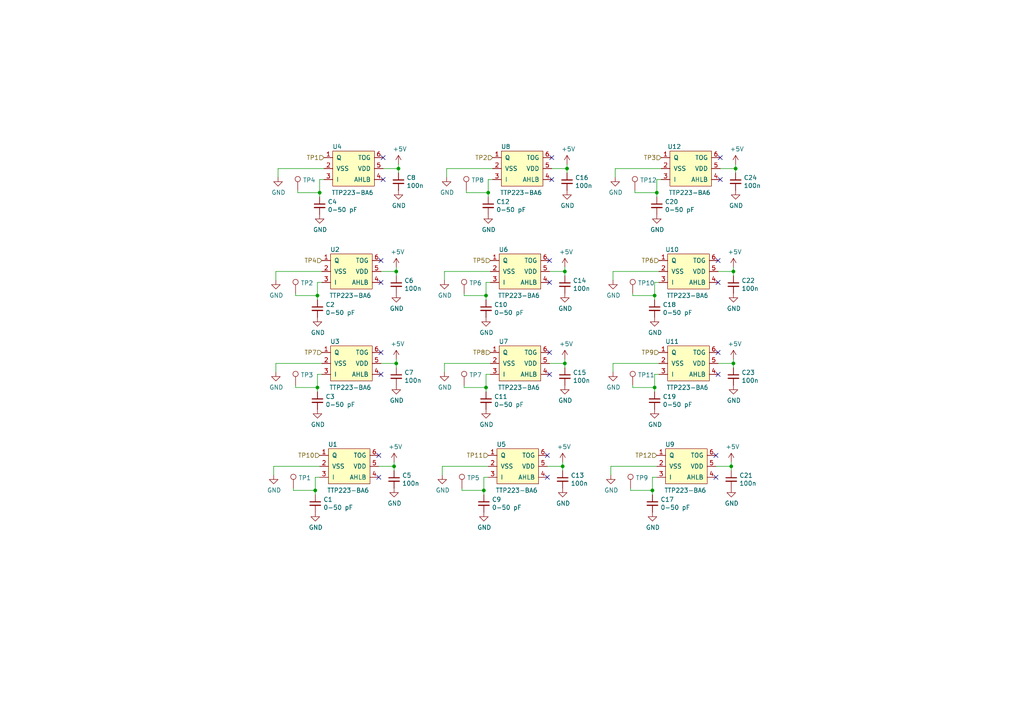
<source format=kicad_sch>
(kicad_sch (version 20211123) (generator eeschema)
  (paper "A4")
  (lib_symbols
    (symbol "Connector:TestPoint" (pin_numbers hide) (pin_names (offset 0.762) hide)
      (property "Reference" "TP" (at 0 6.858 0))
      (property "Value" "TestPoint" (at 0 5.08 0))
      (symbol "TestPoint_0_1"
        (circle (center 0 3.302) (radius 0.762))
      )
      (symbol "TestPoint_1_1"
        (pin passive line (at 0 0 90) (length 2.54) (name "1") (number "1"))
      )
    )
    (symbol "Device:C_Small" (pin_numbers hide) (pin_names (offset 0.254) hide)
      (property "Reference" "C" (at 0.254 1.778 0))
      (property "Value" "C_Small" (at 0.254 -2.032 0))
      (symbol "C_Small_0_1"
        (polyline (pts (xy -1.524 -0.508) (xy 1.524 -0.508)) (stroke (width 0.3302)))
        (polyline (pts (xy -1.524 0.508) (xy 1.524 0.508)) (stroke (width 0.3048)))
      )
      (symbol "C_Small_1_1"
        (pin passive line (at 0 2.54 270) (length 2.032) (name "~") (number "1"))
        (pin passive line (at 0 -2.54 90) (length 2.032) (name "~") (number "2"))
      )
    )
    (symbol "FieldBoard_symbol:TTP223-BA6" (pin_names (offset 1.016))
      (property "Reference" "U?" (at -3.81 11.43 0))
      (property "Value" "TTP223-BA6" (at 0 -1.27 0))
      (symbol "TTP223-BA6_0_1"
        (rectangle (start -5.715 10.16) (end 6.35 0) (fill (type background)))
      )
      (symbol "TTP223-BA6_1_1"
        (pin passive line (at -8.255 8.255 0) (length 2.54) (name "Q") (number "1"))
        (pin passive line (at -8.255 5.08 0) (length 2.54) (name "VSS") (number "2"))
        (pin passive line (at -8.255 1.905 0) (length 2.54) (name "I") (number "3"))
        (pin passive line (at 8.89 1.905 180) (length 2.54) (name "AHLB") (number "4"))
        (pin passive line (at 8.89 5.08 180) (length 2.54) (name "VDD") (number "5"))
        (pin passive line (at 8.89 8.255 180) (length 2.54) (name "TOG") (number "6"))
      )
    )
    (symbol "power:+5V" (power) (pin_names (offset 0))
      (property "Value" "+5V" (at 0 3.556 0))
      (symbol "+5V_0_1"
        (polyline (pts (xy -0.762 1.27) (xy 0 2.54)))
        (polyline (pts (xy 0 0) (xy 0 2.54)))
        (polyline (pts (xy 0 2.54) (xy 0.762 1.27)))
      )
      (symbol "+5V_1_1"
        (pin power_in line (at 0 0 90) (length 0) hide (name "+5V") (number "1"))
      )
    )
    (symbol "power:GND" (power) (pin_names (offset 0))
      (property "Value" "GND" (at 0 -3.81 0))
      (symbol "GND_0_1"
        (polyline (pts (xy 0 0) (xy 0 -1.27) (xy 1.27 -1.27) (xy 0 -2.54) (xy -1.27 -1.27) (xy 0 -1.27)))
      )
      (symbol "GND_1_1"
        (pin power_in line (at 0 0 270) (length 0) hide (name "GND") (number "1"))
      )
    )
  )
  (junction (at 140.335 142.24))
  (junction (at 163.195 135.255))
  (junction (at 189.23 142.24))
  (junction (at 114.935 78.74))
  (junction (at 141.605 55.88))
  (junction (at 163.83 105.41))
  (junction (at 189.865 112.395))
  (junction (at 212.09 135.255))
  (junction (at 213.36 48.895))
  (junction (at 92.71 55.88))
  (junction (at 212.725 105.41))
  (junction (at 212.725 78.74))
  (junction (at 92.075 112.395))
  (junction (at 164.465 48.895))
  (junction (at 140.97 85.725))
  (junction (at 91.44 142.24))
  (junction (at 114.935 105.41))
  (junction (at 115.57 48.895))
  (junction (at 92.075 85.725))
  (junction (at 189.865 85.725))
  (junction (at 140.97 112.395))
  (junction (at 190.5 55.88))
  (junction (at 163.83 78.74))
  (junction (at 114.3 135.255))
  (no_connect (at 159.385 102.235))
  (no_connect (at 208.915 45.72))
  (no_connect (at 159.385 75.565))
  (no_connect (at 110.49 81.915))
  (no_connect (at 111.125 52.07))
  (no_connect (at 208.28 75.565))
  (no_connect (at 208.28 108.585))
  (no_connect (at 159.385 108.585))
  (no_connect (at 109.855 138.43))
  (no_connect (at 159.385 81.915))
  (no_connect (at 109.855 132.08))
  (no_connect (at 111.125 45.72))
  (no_connect (at 158.75 132.08))
  (no_connect (at 158.75 138.43))
  (no_connect (at 208.915 52.07))
  (no_connect (at 110.49 75.565))
  (no_connect (at 208.28 81.915))
  (no_connect (at 110.49 108.585))
  (no_connect (at 110.49 102.235))
  (no_connect (at 208.28 102.235))
  (no_connect (at 207.645 138.43))
  (no_connect (at 160.02 52.07))
  (no_connect (at 160.02 45.72))
  (no_connect (at 207.645 132.08))
  (wire (pts (xy 208.915 48.895) (xy 213.36 48.895)))
  (wire (pts (xy 189.23 138.43) (xy 189.23 142.24)))
  (wire (pts (xy 183.515 112.395) (xy 189.865 112.395)))
  (wire (pts (xy 163.83 78.74) (xy 163.83 80.01)))
  (wire (pts (xy 80.01 78.74) (xy 93.345 78.74)))
  (wire (pts (xy 135.255 55.88) (xy 141.605 55.88)))
  (wire (pts (xy 191.135 81.915) (xy 189.865 81.915)))
  (wire (pts (xy 208.28 78.74) (xy 212.725 78.74)))
  (wire (pts (xy 114.935 105.41) (xy 114.935 104.14)))
  (wire (pts (xy 208.28 105.41) (xy 212.725 105.41)))
  (wire (pts (xy 190.5 55.88) (xy 190.5 57.15)))
  (wire (pts (xy 129.54 51.435) (xy 129.54 48.895)))
  (wire (pts (xy 133.985 141.605) (xy 133.985 142.24)))
  (wire (pts (xy 189.865 112.395) (xy 189.865 113.665)))
  (wire (pts (xy 163.83 105.41) (xy 163.83 106.68)))
  (wire (pts (xy 80.01 81.28) (xy 80.01 78.74)))
  (wire (pts (xy 92.71 52.07) (xy 92.71 55.88)))
  (wire (pts (xy 163.195 135.255) (xy 163.195 133.985)))
  (wire (pts (xy 140.97 81.915) (xy 140.97 85.725)))
  (wire (pts (xy 189.865 108.585) (xy 189.865 112.395)))
  (wire (pts (xy 213.36 48.895) (xy 213.36 47.625)))
  (wire (pts (xy 177.8 78.74) (xy 191.135 78.74)))
  (wire (pts (xy 212.09 135.255) (xy 212.09 136.525)))
  (wire (pts (xy 177.8 105.41) (xy 191.135 105.41)))
  (wire (pts (xy 80.01 107.95) (xy 80.01 105.41)))
  (wire (pts (xy 177.8 107.95) (xy 177.8 105.41)))
  (wire (pts (xy 141.605 138.43) (xy 140.335 138.43)))
  (wire (pts (xy 163.83 78.74) (xy 163.83 77.47)))
  (wire (pts (xy 79.375 135.255) (xy 92.71 135.255)))
  (wire (pts (xy 140.335 142.24) (xy 140.335 143.51)))
  (wire (pts (xy 182.88 142.24) (xy 189.23 142.24)))
  (wire (pts (xy 114.935 78.74) (xy 114.935 80.01)))
  (wire (pts (xy 85.725 85.725) (xy 92.075 85.725)))
  (wire (pts (xy 213.36 48.895) (xy 213.36 50.165)))
  (wire (pts (xy 184.15 55.245) (xy 184.15 55.88)))
  (wire (pts (xy 128.905 81.28) (xy 128.905 78.74)))
  (wire (pts (xy 191.135 108.585) (xy 189.865 108.585)))
  (wire (pts (xy 91.44 138.43) (xy 91.44 142.24)))
  (wire (pts (xy 183.515 85.09) (xy 183.515 85.725)))
  (wire (pts (xy 85.725 112.395) (xy 92.075 112.395)))
  (wire (pts (xy 128.905 78.74) (xy 142.24 78.74)))
  (wire (pts (xy 140.97 112.395) (xy 140.97 113.665)))
  (wire (pts (xy 128.27 135.255) (xy 141.605 135.255)))
  (wire (pts (xy 191.77 52.07) (xy 190.5 52.07)))
  (wire (pts (xy 85.725 85.09) (xy 85.725 85.725)))
  (wire (pts (xy 92.71 55.88) (xy 92.71 57.15)))
  (wire (pts (xy 129.54 48.895) (xy 142.875 48.895)))
  (wire (pts (xy 177.8 81.28) (xy 177.8 78.74)))
  (wire (pts (xy 92.075 85.725) (xy 92.075 86.995)))
  (wire (pts (xy 141.605 52.07) (xy 141.605 55.88)))
  (wire (pts (xy 86.36 55.88) (xy 92.71 55.88)))
  (wire (pts (xy 93.345 81.915) (xy 92.075 81.915)))
  (wire (pts (xy 178.435 48.895) (xy 191.77 48.895)))
  (wire (pts (xy 212.725 78.74) (xy 212.725 80.01)))
  (wire (pts (xy 140.97 85.725) (xy 140.97 86.995)))
  (wire (pts (xy 190.5 138.43) (xy 189.23 138.43)))
  (wire (pts (xy 159.385 78.74) (xy 163.83 78.74)))
  (wire (pts (xy 142.24 108.585) (xy 140.97 108.585)))
  (wire (pts (xy 111.125 48.895) (xy 115.57 48.895)))
  (wire (pts (xy 128.27 137.795) (xy 128.27 135.255)))
  (wire (pts (xy 135.255 55.245) (xy 135.255 55.88)))
  (wire (pts (xy 184.15 55.88) (xy 190.5 55.88)))
  (wire (pts (xy 164.465 48.895) (xy 164.465 50.165)))
  (wire (pts (xy 85.09 142.24) (xy 91.44 142.24)))
  (wire (pts (xy 128.905 107.95) (xy 128.905 105.41)))
  (wire (pts (xy 80.01 105.41) (xy 93.345 105.41)))
  (wire (pts (xy 92.075 108.585) (xy 92.075 112.395)))
  (wire (pts (xy 134.62 111.76) (xy 134.62 112.395)))
  (wire (pts (xy 91.44 142.24) (xy 91.44 143.51)))
  (wire (pts (xy 189.865 81.915) (xy 189.865 85.725)))
  (wire (pts (xy 189.865 85.725) (xy 189.865 86.995)))
  (wire (pts (xy 164.465 48.895) (xy 164.465 47.625)))
  (wire (pts (xy 183.515 85.725) (xy 189.865 85.725)))
  (wire (pts (xy 163.195 135.255) (xy 163.195 136.525)))
  (wire (pts (xy 114.3 135.255) (xy 114.3 136.525)))
  (wire (pts (xy 212.725 78.74) (xy 212.725 77.47)))
  (wire (pts (xy 159.385 105.41) (xy 163.83 105.41)))
  (wire (pts (xy 114.935 105.41) (xy 114.935 106.68)))
  (wire (pts (xy 177.165 137.795) (xy 177.165 135.255)))
  (wire (pts (xy 163.83 105.41) (xy 163.83 104.14)))
  (wire (pts (xy 142.875 52.07) (xy 141.605 52.07)))
  (wire (pts (xy 212.725 105.41) (xy 212.725 106.68)))
  (wire (pts (xy 85.09 141.605) (xy 85.09 142.24)))
  (wire (pts (xy 141.605 55.88) (xy 141.605 57.15)))
  (wire (pts (xy 92.075 81.915) (xy 92.075 85.725)))
  (wire (pts (xy 207.645 135.255) (xy 212.09 135.255)))
  (wire (pts (xy 134.62 85.725) (xy 140.97 85.725)))
  (wire (pts (xy 115.57 48.895) (xy 115.57 47.625)))
  (wire (pts (xy 114.935 78.74) (xy 114.935 77.47)))
  (wire (pts (xy 183.515 111.76) (xy 183.515 112.395)))
  (wire (pts (xy 80.645 48.895) (xy 93.98 48.895)))
  (wire (pts (xy 177.165 135.255) (xy 190.5 135.255)))
  (wire (pts (xy 86.36 55.245) (xy 86.36 55.88)))
  (wire (pts (xy 134.62 112.395) (xy 140.97 112.395)))
  (wire (pts (xy 110.49 78.74) (xy 114.935 78.74)))
  (wire (pts (xy 142.24 81.915) (xy 140.97 81.915)))
  (wire (pts (xy 110.49 105.41) (xy 114.935 105.41)))
  (wire (pts (xy 79.375 137.795) (xy 79.375 135.255)))
  (wire (pts (xy 178.435 51.435) (xy 178.435 48.895)))
  (wire (pts (xy 85.725 111.76) (xy 85.725 112.395)))
  (wire (pts (xy 115.57 48.895) (xy 115.57 50.165)))
  (wire (pts (xy 182.88 141.605) (xy 182.88 142.24)))
  (wire (pts (xy 140.97 108.585) (xy 140.97 112.395)))
  (wire (pts (xy 212.09 135.255) (xy 212.09 133.985)))
  (wire (pts (xy 140.335 138.43) (xy 140.335 142.24)))
  (wire (pts (xy 133.985 142.24) (xy 140.335 142.24)))
  (wire (pts (xy 92.71 138.43) (xy 91.44 138.43)))
  (wire (pts (xy 212.725 105.41) (xy 212.725 104.14)))
  (wire (pts (xy 92.075 112.395) (xy 92.075 113.665)))
  (wire (pts (xy 128.905 105.41) (xy 142.24 105.41)))
  (wire (pts (xy 189.23 142.24) (xy 189.23 143.51)))
  (wire (pts (xy 190.5 52.07) (xy 190.5 55.88)))
  (wire (pts (xy 109.855 135.255) (xy 114.3 135.255)))
  (wire (pts (xy 93.345 108.585) (xy 92.075 108.585)))
  (wire (pts (xy 114.3 135.255) (xy 114.3 133.985)))
  (wire (pts (xy 134.62 85.09) (xy 134.62 85.725)))
  (wire (pts (xy 93.98 52.07) (xy 92.71 52.07)))
  (wire (pts (xy 158.75 135.255) (xy 163.195 135.255)))
  (wire (pts (xy 80.645 51.435) (xy 80.645 48.895)))
  (wire (pts (xy 160.02 48.895) (xy 164.465 48.895)))
  (hierarchical_label "TP7" (shape input) (at 93.345 102.235 180))
  (hierarchical_label "TP12" (shape input) (at 190.5 132.08 180))
  (hierarchical_label "TP6" (shape input) (at 191.135 75.565 180))
  (hierarchical_label "TP5" (shape input) (at 142.24 75.565 180))
  (hierarchical_label "TP4" (shape input) (at 93.345 75.565 180))
  (hierarchical_label "TP8" (shape input) (at 142.24 102.235 180))
  (hierarchical_label "TP9" (shape input) (at 191.135 102.235 180))
  (hierarchical_label "TP3" (shape input) (at 191.77 45.72 180))
  (hierarchical_label "TP2" (shape input) (at 142.875 45.72 180))
  (hierarchical_label "TP10" (shape input) (at 92.71 132.08 180))
  (hierarchical_label "TP11" (shape input) (at 141.605 132.08 180))
  (hierarchical_label "TP1" (shape input) (at 93.98 45.72 180))
  (symbol (lib_id "power:GND") (at 177.8 81.28 0) (unit 1)
    (property "Reference" "#PWR0224" (effects hide))
    (property "Value" "GND" (at 177.927 85.6742 0))
  )
  (symbol (lib_id "power:GND") (at 92.71 62.23 0) (unit 1)
    (property "Reference" "#PWR0198" (effects hide))
    (property "Value" "GND" (at 92.837 66.6242 0))
  )
  (symbol (lib_id "Device:C_Small") (at 163.83 109.22 0) (unit 1)
    (property "Reference" "C15" (at 166.1668 108.0516 0) (effects (justify left)))
    (property "Value" "100n" (at 166.1668 110.363 0) (effects (justify left)))
    (property "Footprint" "Capacitor_SMD:C_0805_2012Metric" (effects hide))
  )
  (symbol (lib_id "power:GND") (at 79.375 137.795 0) (unit 1)
    (property "Reference" "#PWR0191" (effects hide))
    (property "Value" "GND" (at 79.502 142.1892 0))
  )
  (symbol (lib_id "FieldBoard_symbol:TTP223-BA6") (at 100.965 140.335 0) (unit 1)
    (property "Reference" "U1" (at 96.52 128.905 0))
    (property "Value" "TTP223-BA6" (at 100.965 142.24 0))
  )
  (symbol (lib_id "FieldBoard_symbol:TTP223-BA6") (at 198.755 140.335 0) (unit 1)
    (property "Reference" "U9" (at 194.31 128.905 0))
    (property "Value" "TTP223-BA6" (at 198.755 142.24 0))
  )
  (symbol (lib_id "FieldBoard_symbol:TTP223-BA6") (at 150.495 83.82 0) (unit 1)
    (property "Reference" "U6" (at 146.05 72.39 0))
    (property "Value" "TTP223-BA6" (at 150.495 85.725 0))
  )
  (symbol (lib_id "power:+5V") (at 212.725 77.47 0) (unit 1)
    (property "Reference" "#PWR0233" (effects hide))
    (property "Value" "+5V" (at 213.106 73.0758 0))
  )
  (symbol (lib_id "power:GND") (at 80.01 81.28 0) (unit 1)
    (property "Reference" "#PWR0192" (effects hide))
    (property "Value" "GND" (at 80.137 85.6742 0))
  )
  (symbol (lib_id "FieldBoard_symbol:TTP223-BA6") (at 151.13 53.975 0) (unit 1)
    (property "Reference" "U8" (at 146.685 42.545 0))
    (property "Value" "TTP223-BA6" (at 151.13 55.88 0))
  )
  (symbol (lib_id "Device:C_Small") (at 212.725 82.55 0) (unit 1)
    (property "Reference" "C22" (at 215.0618 81.3816 0) (effects (justify left)))
    (property "Value" "100n" (at 215.0618 83.693 0) (effects (justify left)))
    (property "Footprint" "Capacitor_SMD:C_0805_2012Metric" (effects hide))
  )
  (symbol (lib_id "power:+5V") (at 213.36 47.625 0) (unit 1)
    (property "Reference" "#PWR0237" (effects hide))
    (property "Value" "+5V" (at 213.741 43.2308 0))
  )
  (symbol (lib_id "power:+5V") (at 163.83 77.47 0) (unit 1)
    (property "Reference" "#PWR0217" (effects hide))
    (property "Value" "+5V" (at 164.211 73.0758 0))
  )
  (symbol (lib_id "Device:C_Small") (at 114.935 82.55 0) (unit 1)
    (property "Reference" "C6" (at 117.2718 81.3816 0) (effects (justify left)))
    (property "Value" "100n" (at 117.2718 83.693 0) (effects (justify left)))
    (property "Footprint" "Capacitor_SMD:C_0805_2012Metric" (effects hide))
  )
  (symbol (lib_id "power:GND") (at 163.195 141.605 0) (unit 1)
    (property "Reference" "#PWR0216" (effects hide))
    (property "Value" "GND" (at 163.322 145.9992 0))
  )
  (symbol (lib_id "Connector:TestPoint") (at 183.515 111.76 0) (unit 1)
    (property "Reference" "TP11" (at 184.9882 108.7628 0) (effects (justify left)))
    (property "Value" "TestPoint" (effects hide))
  )
  (symbol (lib_id "Device:C_Small") (at 190.5 59.69 0) (unit 1)
    (property "Reference" "C20" (at 192.8368 58.5216 0) (effects (justify left)))
    (property "Value" "0-50 pF" (at 192.8368 60.833 0) (effects (justify left)))
    (property "Footprint" "Capacitor_SMD:C_0805_2012Metric" (effects hide))
  )
  (symbol (lib_id "power:GND") (at 114.935 85.09 0) (unit 1)
    (property "Reference" "#PWR0202" (effects hide))
    (property "Value" "GND" (at 115.062 89.4842 0))
  )
  (symbol (lib_id "power:GND") (at 92.075 92.075 0) (unit 1)
    (property "Reference" "#PWR0196" (effects hide))
    (property "Value" "GND" (at 92.202 96.4692 0))
  )
  (symbol (lib_id "Device:C_Small") (at 140.97 89.535 0) (unit 1)
    (property "Reference" "C10" (at 143.3068 88.3666 0) (effects (justify left)))
    (property "Value" "0-50 pF" (at 143.3068 90.678 0) (effects (justify left)))
    (property "Footprint" "Capacitor_SMD:C_0805_2012Metric" (effects hide))
  )
  (symbol (lib_id "Connector:TestPoint") (at 135.255 55.245 0) (unit 1)
    (property "Reference" "TP8" (at 136.7282 52.2478 0) (effects (justify left)))
    (property "Value" "TestPoint" (effects hide))
  )
  (symbol (lib_id "power:GND") (at 114.3 141.605 0) (unit 1)
    (property "Reference" "#PWR0200" (effects hide))
    (property "Value" "GND" (at 114.427 145.9992 0))
  )
  (symbol (lib_id "FieldBoard_symbol:TTP223-BA6") (at 199.39 83.82 0) (unit 1)
    (property "Reference" "U10" (at 194.945 72.39 0))
    (property "Value" "TTP223-BA6" (at 199.39 85.725 0))
  )
  (symbol (lib_id "power:GND") (at 177.165 137.795 0) (unit 1)
    (property "Reference" "#PWR0223" (effects hide))
    (property "Value" "GND" (at 177.292 142.1892 0))
  )
  (symbol (lib_id "power:GND") (at 80.01 107.95 0) (unit 1)
    (property "Reference" "#PWR0193" (effects hide))
    (property "Value" "GND" (at 80.137 112.3442 0))
  )
  (symbol (lib_id "power:GND") (at 129.54 51.435 0) (unit 1)
    (property "Reference" "#PWR0210" (effects hide))
    (property "Value" "GND" (at 129.667 55.8292 0))
  )
  (symbol (lib_id "Device:C_Small") (at 91.44 146.05 0) (unit 1)
    (property "Reference" "C1" (at 93.7768 144.8816 0) (effects (justify left)))
    (property "Value" "0-50 pF" (at 93.7768 147.193 0) (effects (justify left)))
    (property "Footprint" "Capacitor_SMD:C_0805_2012Metric" (effects hide))
  )
  (symbol (lib_id "power:+5V") (at 114.935 77.47 0) (unit 1)
    (property "Reference" "#PWR0201" (effects hide))
    (property "Value" "+5V" (at 115.316 73.0758 0))
  )
  (symbol (lib_id "Connector:TestPoint") (at 85.725 111.76 0) (unit 1)
    (property "Reference" "TP3" (at 87.1982 108.7628 0) (effects (justify left)))
    (property "Value" "TestPoint" (effects hide))
  )
  (symbol (lib_id "power:GND") (at 92.075 118.745 0) (unit 1)
    (property "Reference" "#PWR0197" (effects hide))
    (property "Value" "GND" (at 92.202 123.1392 0))
  )
  (symbol (lib_id "FieldBoard_symbol:TTP223-BA6") (at 150.495 110.49 0) (unit 1)
    (property "Reference" "U7" (at 146.05 99.06 0))
    (property "Value" "TTP223-BA6" (at 150.495 112.395 0))
  )
  (symbol (lib_id "power:GND") (at 163.83 111.76 0) (unit 1)
    (property "Reference" "#PWR0220" (effects hide))
    (property "Value" "GND" (at 163.957 116.1542 0))
  )
  (symbol (lib_id "power:GND") (at 128.905 81.28 0) (unit 1)
    (property "Reference" "#PWR0208" (effects hide))
    (property "Value" "GND" (at 129.032 85.6742 0))
  )
  (symbol (lib_id "FieldBoard_symbol:TTP223-BA6") (at 199.39 110.49 0) (unit 1)
    (property "Reference" "U11" (at 194.945 99.06 0))
    (property "Value" "TTP223-BA6" (at 199.39 112.395 0))
  )
  (symbol (lib_id "Connector:TestPoint") (at 86.36 55.245 0) (unit 1)
    (property "Reference" "TP4" (at 87.8332 52.2478 0) (effects (justify left)))
    (property "Value" "TestPoint" (effects hide))
  )
  (symbol (lib_id "power:GND") (at 189.865 118.745 0) (unit 1)
    (property "Reference" "#PWR0229" (effects hide))
    (property "Value" "GND" (at 189.992 123.1392 0))
  )
  (symbol (lib_id "power:GND") (at 141.605 62.23 0) (unit 1)
    (property "Reference" "#PWR0214" (effects hide))
    (property "Value" "GND" (at 141.732 66.6242 0))
  )
  (symbol (lib_id "FieldBoard_symbol:TTP223-BA6") (at 102.235 53.975 0) (unit 1)
    (property "Reference" "U4" (at 97.79 42.545 0))
    (property "Value" "TTP223-BA6" (at 102.235 55.88 0))
  )
  (symbol (lib_id "power:GND") (at 178.435 51.435 0) (unit 1)
    (property "Reference" "#PWR0226" (effects hide))
    (property "Value" "GND" (at 178.562 55.8292 0))
  )
  (symbol (lib_id "power:GND") (at 114.935 111.76 0) (unit 1)
    (property "Reference" "#PWR0204" (effects hide))
    (property "Value" "GND" (at 115.062 116.1542 0))
  )
  (symbol (lib_id "Device:C_Small") (at 92.075 89.535 0) (unit 1)
    (property "Reference" "C2" (at 94.4118 88.3666 0) (effects (justify left)))
    (property "Value" "0-50 pF" (at 94.4118 90.678 0) (effects (justify left)))
    (property "Footprint" "Capacitor_SMD:C_0805_2012Metric" (effects hide))
  )
  (symbol (lib_id "Device:C_Small") (at 140.335 146.05 0) (unit 1)
    (property "Reference" "C9" (at 142.6718 144.8816 0) (effects (justify left)))
    (property "Value" "0-50 pF" (at 142.6718 147.193 0) (effects (justify left)))
    (property "Footprint" "Capacitor_SMD:C_0805_2012Metric" (effects hide))
  )
  (symbol (lib_id "power:+5V") (at 163.195 133.985 0) (unit 1)
    (property "Reference" "#PWR0215" (effects hide))
    (property "Value" "+5V" (at 163.576 129.5908 0))
  )
  (symbol (lib_id "power:GND") (at 189.23 148.59 0) (unit 1)
    (property "Reference" "#PWR0227" (effects hide))
    (property "Value" "GND" (at 189.357 152.9842 0))
  )
  (symbol (lib_id "power:+5V") (at 115.57 47.625 0) (unit 1)
    (property "Reference" "#PWR0205" (effects hide))
    (property "Value" "+5V" (at 115.951 43.2308 0))
  )
  (symbol (lib_id "Connector:TestPoint") (at 134.62 85.09 0) (unit 1)
    (property "Reference" "TP6" (at 136.0932 82.0928 0) (effects (justify left)))
    (property "Value" "TestPoint" (effects hide))
  )
  (symbol (lib_id "power:GND") (at 140.97 118.745 0) (unit 1)
    (property "Reference" "#PWR0213" (effects hide))
    (property "Value" "GND" (at 141.097 123.1392 0))
  )
  (symbol (lib_id "Device:C_Small") (at 189.865 116.205 0) (unit 1)
    (property "Reference" "C19" (at 192.2018 115.0366 0) (effects (justify left)))
    (property "Value" "0-50 pF" (at 192.2018 117.348 0) (effects (justify left)))
    (property "Footprint" "Capacitor_SMD:C_0805_2012Metric" (effects hide))
  )
  (symbol (lib_id "power:GND") (at 115.57 55.245 0) (unit 1)
    (property "Reference" "#PWR0206" (effects hide))
    (property "Value" "GND" (at 115.697 59.6392 0))
  )
  (symbol (lib_id "power:GND") (at 128.27 137.795 0) (unit 1)
    (property "Reference" "#PWR0207" (effects hide))
    (property "Value" "GND" (at 128.397 142.1892 0))
  )
  (symbol (lib_id "Device:C_Small") (at 92.075 116.205 0) (unit 1)
    (property "Reference" "C3" (at 94.4118 115.0366 0) (effects (justify left)))
    (property "Value" "0-50 pF" (at 94.4118 117.348 0) (effects (justify left)))
    (property "Footprint" "Capacitor_SMD:C_0805_2012Metric" (effects hide))
  )
  (symbol (lib_id "Device:C_Small") (at 115.57 52.705 0) (unit 1)
    (property "Reference" "C8" (at 117.9068 51.5366 0) (effects (justify left)))
    (property "Value" "100n" (at 117.9068 53.848 0) (effects (justify left)))
    (property "Footprint" "Capacitor_SMD:C_0805_2012Metric" (effects hide))
  )
  (symbol (lib_id "Device:C_Small") (at 163.195 139.065 0) (unit 1)
    (property "Reference" "C13" (at 165.5318 137.8966 0) (effects (justify left)))
    (property "Value" "100n" (at 165.5318 140.208 0) (effects (justify left)))
    (property "Footprint" "Capacitor_SMD:C_0805_2012Metric" (effects hide))
  )
  (symbol (lib_id "power:+5V") (at 212.725 104.14 0) (unit 1)
    (property "Reference" "#PWR0235" (effects hide))
    (property "Value" "+5V" (at 213.106 99.7458 0))
  )
  (symbol (lib_id "power:+5V") (at 114.3 133.985 0) (unit 1)
    (property "Reference" "#PWR0199" (effects hide))
    (property "Value" "+5V" (at 114.681 129.5908 0))
  )
  (symbol (lib_id "power:GND") (at 80.645 51.435 0) (unit 1)
    (property "Reference" "#PWR0194" (effects hide))
    (property "Value" "GND" (at 80.772 55.8292 0))
  )
  (symbol (lib_id "Connector:TestPoint") (at 133.985 141.605 0) (unit 1)
    (property "Reference" "TP5" (at 135.4582 138.6078 0) (effects (justify left)))
    (property "Value" "TestPoint" (effects hide))
  )
  (symbol (lib_id "Device:C_Small") (at 212.725 109.22 0) (unit 1)
    (property "Reference" "C23" (at 215.0618 108.0516 0) (effects (justify left)))
    (property "Value" "100n" (at 215.0618 110.363 0) (effects (justify left)))
    (property "Footprint" "Capacitor_SMD:C_0805_2012Metric" (effects hide))
  )
  (symbol (lib_id "power:GND") (at 212.725 85.09 0) (unit 1)
    (property "Reference" "#PWR0234" (effects hide))
    (property "Value" "GND" (at 212.852 89.4842 0))
  )
  (symbol (lib_id "power:GND") (at 190.5 62.23 0) (unit 1)
    (property "Reference" "#PWR0230" (effects hide))
    (property "Value" "GND" (at 190.627 66.6242 0))
  )
  (symbol (lib_id "FieldBoard_symbol:TTP223-BA6") (at 101.6 83.82 0) (unit 1)
    (property "Reference" "U2" (at 97.155 72.39 0))
    (property "Value" "TTP223-BA6" (at 101.6 85.725 0))
  )
  (symbol (lib_id "power:GND") (at 212.09 141.605 0) (unit 1)
    (property "Reference" "#PWR0232" (effects hide))
    (property "Value" "GND" (at 212.217 145.9992 0))
  )
  (symbol (lib_id "Device:C_Small") (at 189.865 89.535 0) (unit 1)
    (property "Reference" "C18" (at 192.2018 88.3666 0) (effects (justify left)))
    (property "Value" "0-50 pF" (at 192.2018 90.678 0) (effects (justify left)))
    (property "Footprint" "Capacitor_SMD:C_0805_2012Metric" (effects hide))
  )
  (symbol (lib_id "Device:C_Small") (at 92.71 59.69 0) (unit 1)
    (property "Reference" "C4" (at 95.0468 58.5216 0) (effects (justify left)))
    (property "Value" "0-50 pF" (at 95.0468 60.833 0) (effects (justify left)))
    (property "Footprint" "Capacitor_SMD:C_0805_2012Metric" (effects hide))
  )
  (symbol (lib_id "Device:C_Small") (at 114.3 139.065 0) (unit 1)
    (property "Reference" "C5" (at 116.6368 137.8966 0) (effects (justify left)))
    (property "Value" "100n" (at 116.6368 140.208 0) (effects (justify left)))
    (property "Footprint" "Capacitor_SMD:C_0805_2012Metric" (effects hide))
  )
  (symbol (lib_id "Connector:TestPoint") (at 182.88 141.605 0) (unit 1)
    (property "Reference" "TP9" (at 184.3532 138.6078 0) (effects (justify left)))
    (property "Value" "TestPoint" (effects hide))
  )
  (symbol (lib_id "power:+5V") (at 114.935 104.14 0) (unit 1)
    (property "Reference" "#PWR0203" (effects hide))
    (property "Value" "+5V" (at 115.316 99.7458 0))
  )
  (symbol (lib_id "Device:C_Small") (at 114.935 109.22 0) (unit 1)
    (property "Reference" "C7" (at 117.2718 108.0516 0) (effects (justify left)))
    (property "Value" "100n" (at 117.2718 110.363 0) (effects (justify left)))
    (property "Footprint" "Capacitor_SMD:C_0805_2012Metric" (effects hide))
  )
  (symbol (lib_id "power:GND") (at 91.44 148.59 0) (unit 1)
    (property "Reference" "#PWR0195" (effects hide))
    (property "Value" "GND" (at 91.567 152.9842 0))
  )
  (symbol (lib_id "power:GND") (at 163.83 85.09 0) (unit 1)
    (property "Reference" "#PWR0218" (effects hide))
    (property "Value" "GND" (at 163.957 89.4842 0))
  )
  (symbol (lib_id "Device:C_Small") (at 140.97 116.205 0) (unit 1)
    (property "Reference" "C11" (at 143.3068 115.0366 0) (effects (justify left)))
    (property "Value" "0-50 pF" (at 143.3068 117.348 0) (effects (justify left)))
    (property "Footprint" "Capacitor_SMD:C_0805_2012Metric" (effects hide))
  )
  (symbol (lib_id "Connector:TestPoint") (at 85.725 85.09 0) (unit 1)
    (property "Reference" "TP2" (at 87.1982 82.0928 0) (effects (justify left)))
    (property "Value" "TestPoint" (effects hide))
  )
  (symbol (lib_id "FieldBoard_symbol:TTP223-BA6") (at 149.86 140.335 0) (unit 1)
    (property "Reference" "U5" (at 145.415 128.905 0))
    (property "Value" "TTP223-BA6" (at 149.86 142.24 0))
  )
  (symbol (lib_id "power:GND") (at 140.97 92.075 0) (unit 1)
    (property "Reference" "#PWR0212" (effects hide))
    (property "Value" "GND" (at 141.097 96.4692 0))
  )
  (symbol (lib_id "power:GND") (at 213.36 55.245 0) (unit 1)
    (property "Reference" "#PWR0238" (effects hide))
    (property "Value" "GND" (at 213.487 59.6392 0))
  )
  (symbol (lib_id "power:+5V") (at 212.09 133.985 0) (unit 1)
    (property "Reference" "#PWR0231" (effects hide))
    (property "Value" "+5V" (at 212.471 129.5908 0))
  )
  (symbol (lib_id "Device:C_Small") (at 212.09 139.065 0) (unit 1)
    (property "Reference" "C21" (at 214.4268 137.8966 0) (effects (justify left)))
    (property "Value" "100n" (at 214.4268 140.208 0) (effects (justify left)))
    (property "Footprint" "Capacitor_SMD:C_0805_2012Metric" (effects hide))
  )
  (symbol (lib_id "Device:C_Small") (at 189.23 146.05 0) (unit 1)
    (property "Reference" "C17" (at 191.5668 144.8816 0) (effects (justify left)))
    (property "Value" "0-50 pF" (at 191.5668 147.193 0) (effects (justify left)))
    (property "Footprint" "Capacitor_SMD:C_0805_2012Metric" (effects hide))
  )
  (symbol (lib_id "FieldBoard_symbol:TTP223-BA6") (at 101.6 110.49 0) (unit 1)
    (property "Reference" "U3" (at 97.155 99.06 0))
    (property "Value" "TTP223-BA6" (at 101.6 112.395 0))
  )
  (symbol (lib_id "power:GND") (at 177.8 107.95 0) (unit 1)
    (property "Reference" "#PWR0225" (effects hide))
    (property "Value" "GND" (at 177.927 112.3442 0))
  )
  (symbol (lib_id "Device:C_Small") (at 141.605 59.69 0) (unit 1)
    (property "Reference" "C12" (at 143.9418 58.5216 0) (effects (justify left)))
    (property "Value" "0-50 pF" (at 143.9418 60.833 0) (effects (justify left)))
    (property "Footprint" "Capacitor_SMD:C_0805_2012Metric" (effects hide))
  )
  (symbol (lib_id "Device:C_Small") (at 164.465 52.705 0) (unit 1)
    (property "Reference" "C16" (at 166.8018 51.5366 0) (effects (justify left)))
    (property "Value" "100n" (at 166.8018 53.848 0) (effects (justify left)))
    (property "Footprint" "Capacitor_SMD:C_0805_2012Metric" (effects hide))
  )
  (symbol (lib_id "Device:C_Small") (at 163.83 82.55 0) (unit 1)
    (property "Reference" "C14" (at 166.1668 81.3816 0) (effects (justify left)))
    (property "Value" "100n" (at 166.1668 83.693 0) (effects (justify left)))
    (property "Footprint" "Capacitor_SMD:C_0805_2012Metric" (effects hide))
  )
  (symbol (lib_id "power:GND") (at 189.865 92.075 0) (unit 1)
    (property "Reference" "#PWR0228" (effects hide))
    (property "Value" "GND" (at 189.992 96.4692 0))
  )
  (symbol (lib_id "FieldBoard_symbol:TTP223-BA6") (at 200.025 53.975 0) (unit 1)
    (property "Reference" "U12" (at 195.58 42.545 0))
    (property "Value" "TTP223-BA6" (at 200.025 55.88 0))
  )
  (symbol (lib_id "power:+5V") (at 164.465 47.625 0) (unit 1)
    (property "Reference" "#PWR0221" (effects hide))
    (property "Value" "+5V" (at 164.846 43.2308 0))
  )
  (symbol (lib_id "power:GND") (at 212.725 111.76 0) (unit 1)
    (property "Reference" "#PWR0236" (effects hide))
    (property "Value" "GND" (at 212.852 116.1542 0))
  )
  (symbol (lib_id "Connector:TestPoint") (at 85.09 141.605 0) (unit 1)
    (property "Reference" "TP1" (at 86.5632 138.6078 0) (effects (justify left)))
    (property "Value" "TestPoint" (effects hide))
  )
  (symbol (lib_id "power:GND") (at 128.905 107.95 0) (unit 1)
    (property "Reference" "#PWR0209" (effects hide))
    (property "Value" "GND" (at 129.032 112.3442 0))
  )
  (symbol (lib_id "power:GND") (at 164.465 55.245 0) (unit 1)
    (property "Reference" "#PWR0222" (effects hide))
    (property "Value" "GND" (at 164.592 59.6392 0))
  )
  (symbol (lib_id "power:GND") (at 140.335 148.59 0) (unit 1)
    (property "Reference" "#PWR0211" (effects hide))
    (property "Value" "GND" (at 140.462 152.9842 0))
  )
  (symbol (lib_id "power:+5V") (at 163.83 104.14 0) (unit 1)
    (property "Reference" "#PWR0219" (effects hide))
    (property "Value" "+5V" (at 164.211 99.7458 0))
  )
  (symbol (lib_id "Device:C_Small") (at 213.36 52.705 0) (unit 1)
    (property "Reference" "C24" (at 215.6968 51.5366 0) (effects (justify left)))
    (property "Value" "100n" (at 215.6968 53.848 0) (effects (justify left)))
    (property "Footprint" "Capacitor_SMD:C_0805_2012Metric" (effects hide))
  )
  (symbol (lib_id "Connector:TestPoint") (at 184.15 55.245 0) (unit 1)
    (property "Reference" "TP12" (at 185.6232 52.2478 0) (effects (justify left)))
    (property "Value" "TestPoint" (effects hide))
  )
  (symbol (lib_id "Connector:TestPoint") (at 183.515 85.09 0) (unit 1)
    (property "Reference" "TP10" (at 184.9882 82.0928 0) (effects (justify left)))
    (property "Value" "TestPoint" (effects hide))
  )
  (symbol (lib_id "Connector:TestPoint") (at 134.62 111.76 0) (unit 1)
    (property "Reference" "TP7" (at 136.0932 108.7628 0) (effects (justify left)))
    (property "Value" "TestPoint" (effects hide))
  )
)
</source>
